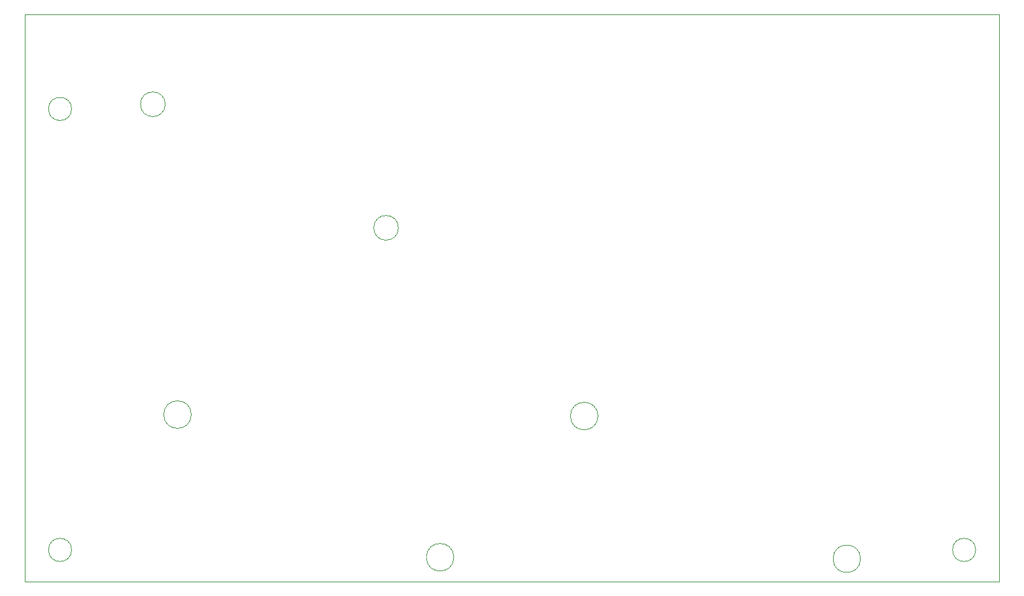
<source format=gbr>
%TF.GenerationSoftware,KiCad,Pcbnew,7.0.11-7.0.11~ubuntu22.04.1*%
%TF.CreationDate,2024-10-25T19:20:44+02:00*%
%TF.ProjectId,PowerBoard-Elec,506f7765-7242-46f6-9172-642d456c6563,rev?*%
%TF.SameCoordinates,Original*%
%TF.FileFunction,Profile,NP*%
%FSLAX46Y46*%
G04 Gerber Fmt 4.6, Leading zero omitted, Abs format (unit mm)*
G04 Created by KiCad (PCBNEW 7.0.11-7.0.11~ubuntu22.04.1) date 2024-10-25 19:20:44*
%MOMM*%
%LPD*%
G01*
G04 APERTURE LIST*
%TA.AperFunction,Profile*%
%ADD10C,0.050000*%
%TD*%
G04 APERTURE END LIST*
D10*
X23542652Y-85760000D02*
G75*
G03*
X20542652Y-85760000I-1500000J0D01*
G01*
X20542652Y-85760000D02*
G75*
G03*
X23542652Y-85760000I1500000J0D01*
G01*
X140602652Y-85760000D02*
G75*
G03*
X137602652Y-85760000I-1500000J0D01*
G01*
X137602652Y-85760000D02*
G75*
G03*
X140602652Y-85760000I1500000J0D01*
G01*
X17452652Y-16370000D02*
X143652652Y-16370000D01*
X143652652Y-89870000D01*
X17452652Y-89870000D01*
X17452652Y-16370000D01*
X23542652Y-28630000D02*
G75*
G03*
X20542652Y-28630000I-1500000J0D01*
G01*
X20542652Y-28630000D02*
G75*
G03*
X23542652Y-28630000I1500000J0D01*
G01*
%TO.C,U3*%
X91695356Y-68422435D02*
G75*
G03*
X88130080Y-68422435I-1782638J0D01*
G01*
X88130080Y-68422435D02*
G75*
G03*
X91695356Y-68422435I1782638J0D01*
G01*
X125695356Y-86909797D02*
G75*
G03*
X122130080Y-86909797I-1782638J0D01*
G01*
X122130080Y-86909797D02*
G75*
G03*
X125695356Y-86909797I1782638J0D01*
G01*
%TO.C,U10*%
X73035224Y-86717362D02*
G75*
G03*
X69469948Y-86717362I-1782638J0D01*
G01*
X69469948Y-86717362D02*
G75*
G03*
X73035224Y-86717362I1782638J0D01*
G01*
X39035224Y-68230000D02*
G75*
G03*
X35469948Y-68230000I-1782638J0D01*
G01*
X35469948Y-68230000D02*
G75*
G03*
X39035224Y-68230000I1782638J0D01*
G01*
%TO.C,U4*%
X65858642Y-44035648D02*
G75*
G03*
X62658642Y-44035648I-1600000J0D01*
G01*
X62658642Y-44035648D02*
G75*
G03*
X65858642Y-44035648I1600000J0D01*
G01*
X35658642Y-28025648D02*
G75*
G03*
X32458642Y-28025648I-1600000J0D01*
G01*
X32458642Y-28025648D02*
G75*
G03*
X35658642Y-28025648I1600000J0D01*
G01*
%TD*%
M02*

</source>
